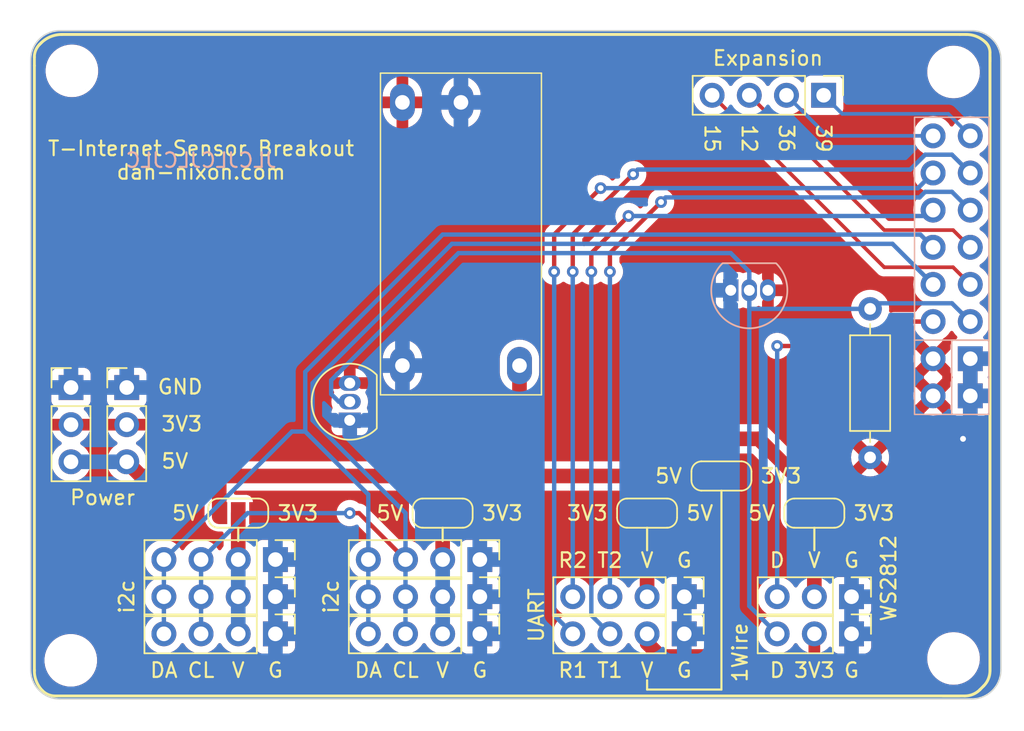
<source format=kicad_pcb>
(kicad_pcb (version 20221018) (generator pcbnew)
  (layers (0 "F.Cu" signal) (31 "B.Cu" signal) (34 "B.Paste" user) (35 "F.Paste" user) (36 "B.SilkS" user "B.Silkscreen") (37 "F.SilkS" user "F.Silkscreen") (38 "B.Mask" user) (39 "F.Mask" user) (44 "Edge.Cuts" user))
  (net 0 "")
  (net 1 "Net-(J1-Pin_2)")
  (net 2 "/WS2812")
  (net 3 "+5V")
  (net 4 "Net-(J4-Pin_2)")
  (net 5 "/UART1_TX")
  (net 6 "/UART1_RX")
  (net 7 "/ONEWIRE")
  (net 8 "Net-(J6-Pin_2)")
  (net 9 "/I2C_SCL")
  (net 10 "/I2C_SDA")
  (net 11 "Net-(J9-Pin_2)")
  (net 12 "/UART2_TX")
  (net 13 "/UART2_RX")
  (net 14 "GND")
  (net 15 "+3.3V")
  (net 16 "Net-(J10-Pin_2)")
  (net 17 "/IO39")
  (net 18 "/IO36")
  (net 19 "/IO15")
  (net 20 "/IO12")
  (footprint "Connector_PinHeader_2.54mm:PinHeader_1x03_P2.54mm_Vertical" (layer "F.Cu") (at 69.85 76.5)
    (fp_text reference "J2" hide)
    (fp_text value "Power")
    (fp_line (start -1.33 -1.33) (end 0 -1.33) (stroke (width 0.12)) (layer "F.SilkS"))
    (fp_line (start -1.33 0) (end -1.33 -1.33) (stroke (width 0.12)) (layer "F.SilkS"))
    (fp_line (start -1.33 1.27) (end -1.33 6.41) (stroke (width 0.12)) (layer "F.SilkS"))
    (fp_line (start -1.33 1.27) (end 1.33 1.27) (stroke (width 0.12)) (layer "F.SilkS"))
    (fp_line (start -1.33 6.41) (end 1.33 6.41) (stroke (width 0.12)) (layer "F.SilkS"))
    (fp_line (start 1.33 1.27) (end 1.33 6.41) (stroke (width 0.12)) (layer "F.SilkS"))
    (pad "1" thru_hole rect (at 0 0) (size 1.7 1.7) (drill 1) (layers "*.Cu" "*.Mask") (net 14 "GND"))
    (pad "2" thru_hole oval (at 0 2.54) (size 1.7 1.7) (drill 1) (layers "*.Cu" "*.Mask") (net 15 "+3.3V"))
    (pad "3" thru_hole oval (at 0 5.08) (size 1.7 1.7) (drill 1) (layers "*.Cu" "*.Mask") (net 3 "+5V"))
  )
  (footprint "Connector_PinHeader_2.54mm:PinHeader_1x04_P2.54mm_Vertical" (layer "F.Cu") (at 111.76 93.345 -90)
    (fp_text reference "J4" hide)
    (fp_text value "UART1")
    (fp_line (start -1.33 -1.33) (end 0 -1.33) (stroke (width 0.12)) (layer "F.SilkS"))
    (fp_line (start -1.33 0) (end -1.33 -1.33) (stroke (width 0.12)) (layer "F.SilkS"))
    (fp_line (start -1.33 1.27) (end -1.33 8.95) (stroke (width 0.12)) (layer "F.SilkS"))
    (fp_line (start -1.33 1.27) (end 1.33 1.27) (stroke (width 0.12)) (layer "F.SilkS"))
    (fp_line (start -1.33 8.95) (end 1.33 8.95) (stroke (width 0.12)) (layer "F.SilkS"))
    (fp_line (start 1.33 1.27) (end 1.33 8.95) (stroke (width 0.12)) (layer "F.SilkS"))
    (pad "1" thru_hole rect (at 0 0 270) (size 1.7 1.7) (drill 1) (layers "*.Cu" "*.Mask") (net 14 "GND"))
    (pad "2" thru_hole oval (at 0 2.54 270) (size 1.7 1.7) (drill 1) (layers "*.Cu" "*.Mask") (net 4 "Net-(J4-Pin_2)"))
    (pad "3" thru_hole oval (at 0 5.08 270) (size 1.7 1.7) (drill 1) (layers "*.Cu" "*.Mask") (net 5 "/UART1_TX"))
    (pad "4" thru_hole oval (at 0 7.62 270) (size 1.7 1.7) (drill 1) (layers "*.Cu" "*.Mask") (net 6 "/UART1_RX"))
  )
  (footprint "Jumper:SolderJumper-3_P1.3mm_Open_RoundedPad1.0x1.5mm_NumberLabels" (layer "F.Cu") (at 120.65 85.09)
    (fp_text reference "JP1" hide)
    (fp_text value "WS2812 V")
    (fp_text user "5V" (at -2.6 0) (layer "F.SilkS") (effects (justify right)))
    (fp_text user "3V3" (at 2.6 0) (layer "F.SilkS") (effects (justify left)))
    (fp_line (start -2.05 0.3) (end -2.05 -0.3) (stroke (width 0.12)) (layer "F.SilkS"))
    (fp_line (start -1.4 -1) (end 1.4 -1) (stroke (width 0.12)) (layer "F.SilkS"))
    (fp_line (start 1.4 1) (end -1.4 1) (stroke (width 0.12)) (layer "F.SilkS"))
    (fp_line (start 2.05 -0.3) (end 2.05 0.3) (stroke (width 0.12)) (layer "F.SilkS"))
    (fp_arc (start -2.05 -0.3) (mid -1.844975 -0.794975) (end -1.35 -1) (stroke (width 0.12)) (layer "F.SilkS"))
    (fp_arc (start -1.35 1) (mid -1.844975 0.794975) (end -2.05 0.3) (stroke (width 0.12)) (layer "F.SilkS"))
    (fp_arc (start 1.35 -1) (mid 1.844975 -0.794975) (end 2.05 -0.3) (stroke (width 0.12)) (layer "F.SilkS"))
    (fp_arc (start 2.05 0.3) (mid 1.844975 0.794975) (end 1.35 1) (stroke (width 0.12)) (layer "F.SilkS"))
    (pad "1" smd custom (at -1.3 0) (size 1 0.5) (layers "F.Cu" "F.Mask") (net 3 "+5V") (options (clearance outline) (anchor rect)) (primitives (gr_circle (center 0 0.25) (end 0.5 0.25) (width 0) (fill yes)) (gr_circle (center 0 -0.25) (end 0.5 -0.25) (width 0) (fill yes)) (gr_poly (pts (xy 0.55 0.75) (xy 0 0.75) (xy 0 -0.75) (xy 0.55 -0.75)) (width 0) (fill yes))))
    (pad "2" smd rect (at 0 0) (size 1 1.5) (layers "F.Cu" "F.Mask") (net 1 "Net-(J1-Pin_2)"))
    (pad "3" smd custom (at 1.3 0) (size 1 0.5) (layers "F.Cu" "F.Mask") (net 15 "+3.3V") (options (clearance outline) (anchor rect)) (primitives (gr_circle (center 0 0.25) (end 0.5 0.25) (width 0) (fill yes)) (gr_circle (center 0 -0.25) (end 0.5 -0.25) (width 0) (fill yes)) (gr_poly (pts (xy 0 0.75) (xy -0.55 0.75) (xy -0.55 -0.75) (xy 0 -0.75)) (width 0) (fill yes))))
  )
  (footprint "Connector_PinHeader_2.54mm:PinHeader_1x04_P2.54mm_Vertical" (layer "F.Cu") (at 83.82 93.345 -90)
    (fp_text reference "J7" hide)
    (fp_text value "i2c")
    (fp_line (start -1.33 -1.33) (end 0 -1.33) (stroke (width 0.12)) (layer "F.SilkS"))
    (fp_line (start -1.33 0) (end -1.33 -1.33) (stroke (width 0.12)) (layer "F.SilkS"))
    (fp_line (start -1.33 1.27) (end -1.33 8.95) (stroke (width 0.12)) (layer "F.SilkS"))
    (fp_line (start -1.33 1.27) (end 1.33 1.27) (stroke (width 0.12)) (layer "F.SilkS"))
    (fp_line (start -1.33 8.95) (end 1.33 8.95) (stroke (width 0.12)) (layer "F.SilkS"))
    (fp_line (start 1.33 1.27) (end 1.33 8.95) (stroke (width 0.12)) (layer "F.SilkS"))
    (pad "1" thru_hole rect (at 0 0 270) (size 1.7 1.7) (drill 1) (layers "*.Cu" "*.Mask") (net 14 "GND"))
    (pad "2" thru_hole oval (at 0 2.54 270) (size 1.7 1.7) (drill 1) (layers "*.Cu" "*.Mask") (net 8 "Net-(J6-Pin_2)"))
    (pad "3" thru_hole oval (at 0 5.08 270) (size 1.7 1.7) (drill 1) (layers "*.Cu" "*.Mask") (net 9 "/I2C_SCL"))
    (pad "4" thru_hole oval (at 0 7.62 270) (size 1.7 1.7) (drill 1) (layers "*.Cu" "*.Mask") (net 10 "/I2C_SDA"))
  )
  (footprint "Jumper:SolderJumper-3_P1.3mm_Open_RoundedPad1.0x1.5mm_NumberLabels" (layer "F.Cu") (at 81.28 85.09)
    (fp_text reference "JP3" hide)
    (fp_text value "i2c V")
    (fp_text user "3V3" (at 2.6 0) (layer "F.SilkS") (effects (justify left)))
    (fp_text user "5V" (at -2.6 0) (layer "F.SilkS") (effects (justify right)))
    (fp_line (start -2.05 0.3) (end -2.05 -0.3) (stroke (width 0.12)) (layer "F.SilkS"))
    (fp_line (start -1.4 -1) (end 1.4 -1) (stroke (width 0.12)) (layer "F.SilkS"))
    (fp_line (start 1.4 1) (end -1.4 1) (stroke (width 0.12)) (layer "F.SilkS"))
    (fp_line (start 2.05 -0.3) (end 2.05 0.3) (stroke (width 0.12)) (layer "F.SilkS"))
    (fp_arc (start -2.05 -0.3) (mid -1.844975 -0.794975) (end -1.35 -1) (stroke (width 0.12)) (layer "F.SilkS"))
    (fp_arc (start -1.35 1) (mid -1.844975 0.794975) (end -2.05 0.3) (stroke (width 0.12)) (layer "F.SilkS"))
    (fp_arc (start 1.35 -1) (mid 1.844975 -0.794975) (end 2.05 -0.3) (stroke (width 0.12)) (layer "F.SilkS"))
    (fp_arc (start 2.05 0.3) (mid 1.844975 0.794975) (end 1.35 1) (stroke (width 0.12)) (layer "F.SilkS"))
    (pad "1" smd custom (at -1.3 0) (size 1 0.5) (layers "F.Cu" "F.Mask") (net 3 "+5V") (options (clearance outline) (anchor rect)) (primitives (gr_circle (center 0 0.25) (end 0.5 0.25) (width 0) (fill yes)) (gr_circle (center 0 -0.25) (end 0.5 -0.25) (width 0) (fill yes)) (gr_poly (pts (xy 0.55 0.75) (xy 0 0.75) (xy 0 -0.75) (xy 0.55 -0.75)) (width 0) (fill yes))))
    (pad "2" smd rect (at 0 0) (size 1 1.5) (layers "F.Cu" "F.Mask") (net 8 "Net-(J6-Pin_2)"))
    (pad "3" smd custom (at 1.3 0) (size 1 0.5) (layers "F.Cu" "F.Mask") (net 15 "+3.3V") (options (clearance outline) (anchor rect)) (primitives (gr_circle (center 0 0.25) (end 0.5 0.25) (width 0) (fill yes)) (gr_circle (center 0 -0.25) (end 0.5 -0.25) (width 0) (fill yes)) (gr_poly (pts (xy 0 0.75) (xy -0.55 0.75) (xy -0.55 -0.75) (xy 0 -0.75)) (width 0) (fill yes))))
  )
  (footprint "Connector_PinHeader_2.54mm:PinHeader_1x04_P2.54mm_Vertical" (layer "F.Cu") (at 97.79 88.265 -90)
    (fp_text reference "J10" hide)
    (fp_text value "i2c")
    (fp_line (start -1.33 -1.33) (end 0 -1.33) (stroke (width 0.12)) (layer "F.SilkS"))
    (fp_line (start -1.33 0) (end -1.33 -1.33) (stroke (width 0.12)) (layer "F.SilkS"))
    (fp_line (start -1.33 1.27) (end -1.33 8.95) (stroke (width 0.12)) (layer "F.SilkS"))
    (fp_line (start -1.33 1.27) (end 1.33 1.27) (stroke (width 0.12)) (layer "F.SilkS"))
    (fp_line (start -1.33 8.95) (end 1.33 8.95) (stroke (width 0.12)) (layer "F.SilkS"))
    (fp_line (start 1.33 1.27) (end 1.33 8.95) (stroke (width 0.12)) (layer "F.SilkS"))
    (pad "1" thru_hole rect (at 0 0 270) (size 1.7 1.7) (drill 1) (layers "*.Cu" "*.Mask") (net 14 "GND"))
    (pad "2" thru_hole oval (at 0 2.54 270) (size 1.7 1.7) (drill 1) (layers "*.Cu" "*.Mask") (net 16 "Net-(J10-Pin_2)"))
    (pad "3" thru_hole oval (at 0 5.08 270) (size 1.7 1.7) (drill 1) (layers "*.Cu" "*.Mask") (net 9 "/I2C_SCL"))
    (pad "4" thru_hole oval (at 0 7.62 270) (size 1.7 1.7) (drill 1) (layers "*.Cu" "*.Mask") (net 10 "/I2C_SDA"))
  )
  (footprint "Connector_PinHeader_2.54mm:PinHeader_1x04_P2.54mm_Vertical" (layer "F.Cu") (at 97.79 93.345 -90)
    (fp_text reference "J12" hide)
    (fp_text value "i2c")
    (fp_line (start -1.33 -1.33) (end 0 -1.33) (stroke (width 0.12)) (layer "F.SilkS"))
    (fp_line (start -1.33 0) (end -1.33 -1.33) (stroke (width 0.12)) (layer "F.SilkS"))
    (fp_line (start -1.33 1.27) (end -1.33 8.95) (stroke (width 0.12)) (layer "F.SilkS"))
    (fp_line (start -1.33 1.27) (end 1.33 1.27) (stroke (width 0.12)) (layer "F.SilkS"))
    (fp_line (start -1.33 8.95) (end 1.33 8.95) (stroke (width 0.12)) (layer "F.SilkS"))
    (fp_line (start 1.33 1.27) (end 1.33 8.95) (stroke (width 0.12)) (layer "F.SilkS"))
    (pad "1" thru_hole rect (at 0 0 270) (size 1.7 1.7) (drill 1) (layers "*.Cu" "*.Mask") (net 14 "GND"))
    (pad "2" thru_hole oval (at 0 2.54 270) (size 1.7 1.7) (drill 1) (layers "*.Cu" "*.Mask") (net 16 "Net-(J10-Pin_2)"))
    (pad "3" thru_hole oval (at 0 5.08 270) (size 1.7 1.7) (drill 1) (layers "*.Cu" "*.Mask") (net 9 "/I2C_SCL"))
    (pad "4" thru_hole oval (at 0 7.62 270) (size 1.7 1.7) (drill 1) (layers "*.Cu" "*.Mask") (net 10 "/I2C_SDA"))
  )
  (footprint "Connector_PinHeader_2.54mm:PinHeader_1x04_P2.54mm_Vertical" (layer "F.Cu") (at 121.285 56.515 -90)
    (fp_text reference "J13" hide)
    (fp_text value "Expansion")
    (fp_line (start -1.33 -1.33) (end 0 -1.33) (stroke (width 0.12)) (layer "F.SilkS"))
    (fp_line (start -1.33 0) (end -1.33 -1.33) (stroke (width 0.12)) (layer "F.SilkS"))
    (fp_line (start -1.33 1.27) (end -1.33 8.95) (stroke (width 0.12)) (layer "F.SilkS"))
    (fp_line (start -1.33 1.27) (end 1.33 1.27) (stroke (width 0.12)) (layer "F.SilkS"))
    (fp_line (start -1.33 8.95) (end 1.33 8.95) (stroke (width 0.12)) (layer "F.SilkS"))
    (fp_line (start 1.33 1.27) (end 1.33 8.95) (stroke (width 0.12)) (layer "F.SilkS"))
    (pad "1" thru_hole rect (at 0 0 270) (size 1.7 1.7) (drill 1) (layers "*.Cu" "*.Mask") (net 17 "/IO39"))
    (pad "2" thru_hole oval (at 0 2.54 270) (size 1.7 1.7) (drill 1) (layers "*.Cu" "*.Mask") (net 18 "/IO36"))
    (pad "3" thru_hole oval (at 0 5.08 270) (size 1.7 1.7) (drill 1) (layers "*.Cu" "*.Mask") (net 20 "/IO12"))
    (pad "4" thru_hole oval (at 0 7.62 270) (size 1.7 1.7) (drill 1) (layers "*.Cu" "*.Mask") (net 19 "/IO15"))
  )
  (footprint "Connector_PinHeader_2.54mm:PinHeader_1x04_P2.54mm_Vertical" (layer "F.Cu") (at 97.79 90.805 -90)
    (fp_text reference "J11" hide)
    (fp_text value "i2c")
    (fp_line (start -1.33 -1.33) (end 0 -1.33) (stroke (width 0.12)) (layer "F.SilkS"))
    (fp_line (start -1.33 0) (end -1.33 -1.33) (stroke (width 0.12)) (layer "F.SilkS"))
    (fp_line (start -1.33 1.27) (end -1.33 8.95) (stroke (width 0.12)) (layer "F.SilkS"))
    (fp_line (start -1.33 1.27) (end 1.33 1.27) (stroke (width 0.12)) (layer "F.SilkS"))
    (fp_line (start -1.33 8.95) (end 1.33 8.95) (stroke (width 0.12)) (layer "F.SilkS"))
    (fp_line (start 1.33 1.27) (end 1.33 8.95) (stroke (width 0.12)) (layer "F.SilkS"))
    (pad "1" thru_hole rect (at 0 0 270) (size 1.7 1.7) (drill 1) (layers "*.Cu" "*.Mask") (net 14 "GND"))
    (pad "2" thru_hole oval (at 0 2.54 270) (size 1.7 1.7) (drill 1) (layers "*.Cu" "*.Mask") (net 16 "Net-(J10-Pin_2)"))
    (pad "3" thru_hole oval (at 0 5.08 270) (size 1.7 1.7) (drill 1) (layers "*.Cu" "*.Mask") (net 9 "/I2C_SCL"))
    (pad "4" thru_hole oval (at 0 7.62 270) (size 1.7 1.7) (drill 1) (layers "*.Cu" "*.Mask") (net 10 "/I2C_SDA"))
  )
  (footprint "Connector_PinHeader_2.54mm:PinHeader_1x03_P2.54mm_Vertical" (layer "F.Cu") (at 123.19 93.345 -90)
    (fp_text reference "J5" hide)
    (fp_text value "OneWire")
    (fp_line (start -1.33 -1.33) (end 0 -1.33) (stroke (width 0.12)) (layer "F.SilkS"))
    (fp_line (start -1.33 0) (end -1.33 -1.33) (stroke (width 0.12)) (layer "F.SilkS"))
    (fp_line (start -1.33 1.27) (end -1.33 6.41) (stroke (width 0.12)) (layer "F.SilkS"))
    (fp_line (start -1.33 1.27) (end 1.33 1.27) (stroke (width 0.12)) (layer "F.SilkS"))
    (fp_line (start -1.33 6.41) (end 1.33 6.41) (stroke (width 0.12)) (layer "F.SilkS"))
    (fp_line (start 1.33 1.27) (end 1.33 6.41) (stroke (width 0.12)) (layer "F.SilkS"))
    (pad "1" thru_hole rect (at 0 0 270) (size 1.7 1.7) (drill 1) (layers "*.Cu" "*.Mask") (net 14 "GND"))
    (pad "2" thru_hole oval (at 0 2.54 270) (size 1.7 1.7) (drill 1) (layers "*.Cu" "*.Mask") (net 15 "+3.3V"))
    (pad "3" thru_hole oval (at 0 5.08 270) (size 1.7 1.7) (drill 1) (layers "*.Cu" "*.Mask") (net 7 "/ONEWIRE"))
  )
  (footprint "Connector_PinHeader_2.54mm:PinHeader_1x03_P2.54mm_Vertical" (layer "F.Cu") (at 73.66 76.5)
    (fp_text reference "J3" hide)
    (fp_text value "Power")
    (fp_line (start -1.33 -1.33) (end 0 -1.33) (stroke (width 0.12)) (layer "F.SilkS"))
    (fp_line (start -1.33 0) (end -1.33 -1.33) (stroke (width 0.12)) (layer "F.SilkS"))
    (fp_line (start -1.33 1.27) (end -1.33 6.41) (stroke (width 0.12)) (layer "F.SilkS"))
    (fp_line (start -1.33 1.27) (end 1.33 1.27) (stroke (width 0.12)) (layer "F.SilkS"))
    (fp_line (start -1.33 6.41) (end 1.33 6.41) (stroke (width 0.12)) (layer "F.SilkS"))
    (fp_line (start 1.33 1.27) (end 1.33 6.41) (stroke (width 0.12)) (layer "F.SilkS"))
    (pad "1" thru_hole rect (at 0 0) (size 1.7 1.7) (drill 1) (layers "*.Cu" "*.Mask") (net 14 "GND"))
    (pad "2" thru_hole oval (at 0 2.54) (size 1.7 1.7) (drill 1) (layers "*.Cu" "*.Mask") (net 15 "+3.3V"))
    (pad "3" thru_hole oval (at 0 5.08) (size 1.7 1.7) (drill 1) (layers "*.Cu" "*.Mask") (net 3 "+5V"))
  )
  (footprint "esphome_devices:LILYGO-T-INTERNET-POE" (layer "F.Cu") (at 130.0355 68.1801)
    (fp_text reference "U2" hide)
    (fp_text value "LILYGO-T-INTERNET-POE" hide)
    (fp_line (start -2.54 5.08) (end 2.54 5.08) (stroke (width 0.1)) (layer "B.SilkS"))
    (fp_line (start 0 5.08) (end 0 10.16) (stroke (width 0.1)) (layer "B.SilkS"))
    (fp_line (start 2.54 5.08) (end 0 5.08) (stroke (width 0.1)) (layer "B.SilkS"))
    (fp_rect (start -2.54 -10.16) (end 2.54 10.16) (stroke (width 0.1)) (fill none) (layer "B.SilkS"))
    (fp_line (start -62.6872 -13.6906) (end -62.6872 -14.279905) (stroke (width 0.2)) (layer "F.SilkS"))
    (fp_line (start -62.6872 27.6352) (end -62.6872 -13.6906) (stroke (width 0.2)) (layer "F.SilkS"))
    (fp_line (start -62.6872 27.708537) (end -62.6872 27.6352) (stroke (width 0.2)) (layer "F.SilkS"))
    (fp_line (start -62.3316 -15.1384) (end -62.238496 -15.231504) (stroke (width 0.2)) (layer "F.SilkS"))
    (fp_line (start -61.3156 29.4132) (end 0.889 29.4132) (stroke (width 0.2)) (layer "F.SilkS"))
    (fp_line (start -61.269905 29.4132) (end -61.1378 29.4132) (stroke (width 0.2)) (layer "F.SilkS"))
    (fp_line (start -60.8076 -15.8242) (end 0.5588 -15.8242) (stroke (width 0.2)) (layer "F.SilkS"))
    (fp_line (start -0.6096 29.4132) (end 0.528731 29.4132) (stroke (width 0.2)) (layer "F.SilkS"))
    (fp_line (start 0.5588 -15.8242) (end 0.987737 -15.8242) (stroke (width 0.2)) (layer "F.SilkS"))
    (fp_line (start 1.929653 28.982147) (end 2.1844 28.7274) (stroke (width 0.2)) (layer "F.SilkS"))
    (fp_line (start 2.6162 -13.9954) (end 2.6162 -14.59087) (stroke (width 0.2)) (layer "F.SilkS"))
    (fp_line (start 2.6162 -13.9954) (end 2.6162 -14.243985) (stroke (width 0.2)) (layer "F.SilkS"))
    (fp_line (start 2.6162 27.684943) (end 2.6162 -13.9954) (stroke (width 0.2)) (layer "F.SilkS"))
    (fp_line (start 2.6162 27.684943) (end 2.6162 27.0002) (stroke (width 0.2)) (layer "F.SilkS"))
    (fp_arc (start -62.6872 -14.279905) (mid -62.594783 -14.744519) (end -62.3316 -15.1384) (stroke (width 0.2)) (layer "F.SilkS"))
    (fp_arc (start -62.238496 -15.231504) (mid -61.581995 -15.670163) (end -60.8076 -15.8242) (stroke (width 0.2)) (layer "F.SilkS"))
    (fp_arc (start -62.1284 29.0576) (mid -62.541973 28.438645) (end -62.6872 27.708537) (stroke (width 0.2)) (layer "F.SilkS"))
    (fp_arc (start -61.269905 29.4132) (mid -61.734519 29.320783) (end -62.1284 29.0576) (stroke (width 0.2)) (layer "F.SilkS"))
    (fp_arc (start 0.987737 -15.8242) (mid 1.717847 -15.678978) (end 2.3368 -15.2654) (stroke (width 0.2)) (layer "F.SilkS"))
    (fp_arc (start 1.929653 28.982147) (mid 1.452201 29.301182) (end 0.889 29.4132) (stroke (width 0.2)) (layer "F.SilkS"))
    (fp_arc (start 2.3368 -15.2654) (mid 2.543589 -14.955925) (end 2.6162 -14.59087) (stroke (width 0.2)) (layer "F.SilkS"))
    (fp_arc (start 2.6162 27.684943) (mid 2.503983 28.249118) (end 2.1844 28.7274) (stroke (width 0.2)) (layer "F.SilkS"))
    (pad "" np_thru_hole circle (at -60.198 26.9748) (size 3.2 3.2) (drill 3.2) (layers "F&B.Cu" "*.Mask"))
    (pad "" np_thru_hole circle (at -60.1218 -13.335) (size 3.2 3.2) (drill 3.2) (layers "F&B.Cu" "*.Mask"))
    (pad "" np_thru_hole circle (at 0.127 -13.2588) (size 3.2 3.2) (drill 3.2) (layers "F&B.Cu" "*.Mask"))
    (pad "" np_thru_hole circle (at 0.127 26.8478) (size 3.2 3.2) (drill 3.2) (layers "F&B.Cu" "*.Mask"))
    (pad "1" thru_hole circle (at -1.27 -8.89) (size 1.7 1.7) (drill 1) (layers "*.Cu" "*.Mask") (net 18 "/IO36"))
    (pad "2" thru_hole circle (at 1.27 -8.89) (size 1.7 1.7) (drill 1) (layers "*.Cu" "*.Mask") (net 17 "/IO39"))
    (pad "3" thru_hole circle (at -1.27 -6.35) (size 1.7 1.7) (drill 1) (layers "*.Cu" "*.Mask") (net 6 "/UART1_RX"))
    (pad "4" thru_hole circle (at 1.27 -6.35) (size 1.7 1.7) (drill 1) (layers "*.Cu" "*.Mask") (net 13 "/UART2_RX"))
    (pad "5" thru_hole circle (at -1.27 -3.81) (size 1.7 1.7) (drill 1) (layers "*.Cu" "*.Mask") (net 5 "/UART1_TX"))
    (pad "6" thru_hole circle (at 1.27 -3.81) (size 1.7 1.7) (drill 1) (layers "*.Cu" "*.Mask") (net 12 "/UART2_TX"))
    (pad "7" thru_hole circle (at -1.27 -1.27) (size 1.7 1.7) (drill 1) (layers "*.Cu" "*.Mask") (net 10 "/I2C_SDA"))
    (pad "8" thru_hole circle (at 1.27 -1.27) (size 1.7 1.7) (drill 1) (layers "*.Cu" "*.Mask") (net 20 "/IO12"))
    (pad "9" thru_hole circle (at -1.27 1.27) (size 1.7 1.7) (drill 1) (layers "*.Cu" "*.Mask") (net 9 "/I2C_SCL"))
    (pad "10" thru_hole circle (at 1.27 1.27) (size 1.7 1.7) (drill 1) (layers "*.Cu" "*.Mask") (net 19 "/IO15"))
    (pad "11" thru_hole circle (at -1.27 3.81) (size 1.7 1.7) (drill 1) (layers "*.Cu" "*.Mask") (net 2 "/WS2812"))
    (pad "12" thru_hole circle (at 1.27 3.81) (size 1.7 1.7) (drill 1) (layers "*.Cu" "*.Mask") (net 7 "/ONEWIRE"))
    (pad "13" thru_hole circle (at -1.27 6.35) (size 1.7 1.7) (drill 1) (layers "*.Cu" "*.Mask") (net 15 "+3.3V"))
    (pad "14" thru_hole rect (at 1.27 6.35) (size 1.7 1.7) (drill 1) (layers "*.Cu" "*.Mask") (net 14 "GND"))
    (pad "15" thru_hole circle (at -1.27 8.89) (size 1.7 1.7) (drill 1) (layers "*.Cu" "*.Mask") (net 15 "+3.3V"))
    (pad "16" thru_hole rect (at 1.27 8.89) (size 1.7 1.7) (drill 1) (layers "*.Cu" "*.Mask") (net 14 "GND"))
  )
  (footprint "esphome_devices:3V3-BOOST-REG-MODULE" (layer "F.Cu") (at 96.5 66 -90)
    (fp_text reference "U3" hide)
    (fp_text value "3V3-BOOST-REG-MODULE")
    (fp_line (start -11 5.5) (end -11 -5.5) (stroke (width 0.1)) (layer "F.SilkS"))
    (fp_line (start -11 5.5) (end 11 5.5) (stroke (width 0.1)) (layer "F.SilkS"))
    (fp_line (start 11 -5.5) (end -11 -5.5) (stroke (width 0.1)) (layer "F.SilkS"))
    (fp_line (start 11 -5.5) (end 11 5.5) (stroke (width 0.1)) (layer "F.SilkS"))
    (pad "1" thru_hole oval (at -9 0 270) (size 2.55 1.7) (drill 1) (layers "*.Cu" "*.Mask") (net 14 "GND"))
    (pad "2" thru_hole oval (at -9 4 270) (size 2.55 1.7) (drill 1) (layers "*.Cu" "*.Mask") (net 15 "+3.3V"))
    (pad "3" thru_hole oval (at 9 -4 270) (size 2.55 1.7) (drill 1) (layers "*.Cu" "*.Mask") (net 3 "+5V"))
    (pad "4" thru_hole oval (at 9 4 270) (size 2.55 1.7) (drill 1) (layers "*.Cu" "*.Mask") (net 14 "GND"))
  )
  (footprint "Jumper:SolderJumper-3_P1.3mm_Open_RoundedPad1.0x1.5mm_NumberLabels" (layer "F.Cu") (at 109.22 85.09 180)
    (fp_text reference "JP4" hide)
    (fp_text value "UART2 V")
    (fp_text user "3V3" (at 2.6 0) (layer "F.SilkS") (effects (justify right)))
    (fp_text user "5V" (at -2.6 0) (layer "F.SilkS") (effects (justify left)))
    (fp_line (start -2.05 0.3) (end -2.05 -0.3) (stroke (width 0.12)) (layer "F.SilkS"))
    (fp_line (start -1.4 -1) (end 1.4 -1) (stroke (width 0.12)) (layer "F.SilkS"))
    (fp_line (start 1.4 1) (end -1.4 1) (stroke (width 0.12)) (layer "F.SilkS"))
    (fp_line (start 2.05 -0.3) (end 2.05 0.3) (stroke (width 0.12)) (layer "F.SilkS"))
    (fp_arc (start -2.05 -0.3) (mid -1.844975 -0.794975) (end -1.35 -1) (stroke (width 0.12)) (layer "F.SilkS"))
    (fp_arc (start -1.35 1) (mid -1.844975 0.794975) (end -2.05 0.3) (stroke (width 0.12)) (layer "F.SilkS"))
    (fp_arc (start 1.35 -1) (mid 1.844975 -0.794975) (end 2.05 -0.3) (stroke (width 0.12)) (layer "F.SilkS"))
    (fp_arc (start 2.05 0.3) (mid 1.844975 0.794975) (end 1.35 1) (stroke (width 0.12)) (layer "F.SilkS"))
    (pad "1" smd custom (at -1.3 0 180) (size 1 0.5) (layers "F.Cu" "F.Mask") (net 3 "+5V") (options (clearance outline) (anchor rect)) (primitives (gr_circle (center 0 0.25) (end 0.5 0.25) (width 0) (fill yes)) (gr_circle (center 0 -0.25) (end 0.5 -0.25) (width 0) (fill yes)) (gr_poly (pts (xy 0.55 0.75) (xy 0 0.75) (xy 0 -0.75) (xy 0.55 -0.75)) (width 0) (fill yes))))
    (pad "2" smd rect (at 0 0 180) (size 1 1.5) (layers "F.Cu" "F.Mask") (net 11 "Net-(J9-Pin_2)"))
    (pad "3" smd custom (at 1.3 0 180) (size 1 0.5) (layers "F.Cu" "F.Mask") (net 15 "+3.3V") (options (clearance outline) (anchor rect)) (primitives (gr_circle (center 0 0.25) (end 0.5 0.25) (width 0) (fill yes)) (gr_circle (center 0 -0.25) (end 0.5 -0.25) (width 0) (fill yes)) (gr_poly (pts (xy 0 0.75) (xy -0.55 0.75) (xy -0.55 -0.75) (xy 0 -0.75)) (width 0) (fill yes))))
  )
  (footprint "Connector_PinHeader_2.54mm:PinHeader_1x03_P2.54mm_Vertical" (layer "F.Cu") (at 123.19 90.805 -90)
    (fp_text reference "J1" hide)
    (fp_text value "WS2812")
    (fp_line (start -1.33 -1.33) (end 0 -1.33) (stroke (width 0.12)) (layer "F.SilkS"))
    (fp_line (start -1.33 0) (end -1.33 -1.33) (stroke (width 0.12)) (layer "F.SilkS"))
    (fp_line (start -1.33 1.27) (end -1.33 6.41) (stroke (width 0.12)) (layer "F.SilkS"))
    (fp_line (start -1.33 1.27) (end 1.33 1.27) (stroke (width 0.12)) (layer "F.SilkS"))
    (fp_line (start -1.33 6.41) (end 1.33 6.41) (stroke (width 0.12)) (layer "F.SilkS"))
    (fp_line (start 1.33 1.27) (end 1.33 6.41) (stroke (width 0.12)) (layer "F.SilkS"))
    (pad "1" thru_hole rect (at 0 0 270) (size 1.7 1.7) (drill 1) (layers "*.Cu" "*.Mask") (net 14 "GND"))
    (pad "2" thru_hole oval (at 0 2.54 270) (size 1.7 1.7) (drill 1) (layers "*.Cu" "*.Mask") (net 1 "Net-(J1-Pin_2)"))
    (pad "3" thru_hole oval (at 0 5.08 270) (size 1.7 1.7) (drill 1) (layers "*.Cu" "*.Mask") (net 2 "/WS2812"))
  )
  (footprint "Resistor_THT:R_Axial_DIN0207_L6.3mm_D2.5mm_P10.16mm_Horizontal" (layer "F.Cu") (at 124.46 81.28 90)
    (fp_text reference "R1" hide)
    (fp_text value "4K7")
    (fp_line (start 1.04 0) (end 1.81 0) (stroke (width 0.12)) (layer "F.SilkS"))
    (fp_line (start 1.81 -1.37) (end 1.81 1.37) (stroke (width 0.12)) (layer "F.SilkS"))
    (fp_line (start 1.81 1.37) (end 8.35 1.37) (stroke (width 0.12)) (layer "F.SilkS"))
    (fp_line (start 8.35 -1.37) (end 1.81 -1.37) (stroke (width 0.12)) (layer "F.SilkS"))
    (fp_line (start 8.35 1.37) (end 8.35 -1.37) (stroke (width 0.12)) (layer "F.SilkS"))
    (fp_line (start 9.12 0) (end 8.35 0) (stroke (width 0.12)) (layer "F.SilkS"))
    (pad "1" thru_hole circle (at 0 0 90) (size 1.6 1.6) (drill 0.8) (layers "*.Cu" "*.Mask") (net 15 "+3.3V"))
    (pad "2" thru_hole oval (at 10.16 0 90) (size 1.6 1.6) (drill 0.8) (layers "*.Cu" "*.Mask") (net 7 "/ONEWIRE"))
  )
  (footprint "Jumper:SolderJumper-3_P1.3mm_Open_RoundedPad1.0x1.5mm_NumberLabels" (layer "F.Cu") (at 95.25 85.09)
    (fp_text reference "JP5" hide)
    (fp_text value "i2c V")
    (fp_text user "3V3 " (at 2.6 0) (layer "F.SilkS") (effects (justify left)))
    (fp_text user "5V" (at -2.6 0) (layer "F.SilkS") (effects (justify right)))
    (fp_line (start -2.05 0.3) (end -2.05 -0.3) (stroke (width 0.12)) (layer "F.SilkS"))
    (fp_line (start -1.4 -1) (end 1.4 -1) (stroke (width 0.12)) (layer "F.SilkS"))
    (fp_line (start 1.4 1) (end -1.4 1) (stroke (width 0.12)) (layer "F.SilkS"))
    (fp_line (start 2.05 -0.3) (end 2.05 0.3) (stroke (width 0.12)) (layer "F.SilkS"))
    (fp_arc (start -2.05 -0.3) (mid -1.844975 -0.794975) (end -1.35 -1) (stroke (width 0.12)) (layer "F.SilkS"))
    (fp_arc (start -1.35 1) (mid -1.844975 0.794975) (end -2.05 0.3) (stroke (width 0.12)) (layer "F.SilkS"))
    (fp_arc (start 1.35 -1) (mid 1.844975 -0.794975) (end 2.05 -0.3) (stroke (width 0.12)) (layer "F.SilkS"))
    (fp_arc (start 2.05 0.3) (mid 1.844975 0.794975) (end 1.35 1) (stroke (width 0.12)) (layer "F.SilkS"))
    (pad "1" smd custom (at -1.3 0) (size 1 0.5) (layers "F.Cu" "F.Mask") (net 3 "+5V") (options (clearance outline) (anchor rect)) (primitives (gr_circle (center 0 0.25) (end 0.5 0.25) (width 0) (fill yes)) (gr_circle (center 0 -0.25) (end 0.5 -0.25) (width 0) (fill yes)) (gr_poly (pts (xy 0.55 0.75) (xy 0 0.75) (xy 0 -0.75) (xy 0.55 -0.75)) (width 0) (fill yes))))
    (pad "2" smd rect (at 0 0) (size 1 1.5) (layers "F.Cu" "F.Mask") (net 16 "Net-(J10-Pin_2)"))
    (pad "3" smd custom (at 1.3 0) (size 1 0.5) (layers "F.Cu" "F.Mask") (net 15 "+3.3V") (options (clearance outline) (anchor rect)) (primitives (gr_circle (center 0 0.25) (end 0.5 0.25) (width 0) (fill yes)) (gr_circle (center 0 -0.25) (end 0.5 -0.25) (width 0) (fill yes)) (gr_poly (pts (xy 0 0.75) (xy -0.55 0.75) (xy -0.55 -0.75) (xy 0 -0.75)) (width 0) (fill yes))))
  )
  (footprint "Package_TO_SOT_THT:TO-92_Inline" (layer "F.Cu") (at 88.9 78.74 90)
    (fp_text reference "U1" hide)
    (fp_text value "DS18B20")
    (fp_line (start -0.53 1.85) (end 3.07 1.85) (stroke (width 0.12)) (layer "F.SilkS"))
    (fp_arc (start -0.568478 1.838478) (mid -1.132087 -0.994977) (end 1.27 -2.6) (stroke (width 0.12)) (layer "F.SilkS"))
    (fp_arc (start 1.27 -2.6) (mid 3.672087 -0.994977) (end 3.108478 1.838478) (stroke (width 0.12)) (layer "F.SilkS"))
    (pad "1" thru_hole rect (at 0 0 90) (size 1.05 1.5) (drill 0.75) (layers "*.Cu" "*.Mask") (net 14 "GND"))
    (pad "2" thru_hole oval (at 1.27 0 90) (size 1.05 1.5) (drill 0.75) (layers "*.Cu" "*.Mask") (net 7 "/ONEWIRE"))
    (pad "3" thru_hole oval (at 2.54 0 90) (size 1.05 1.5) (drill 0.75) (layers "*.Cu" "*.Mask") (net 15 "+3.3V"))
  )
  (footprint "Connector_PinHeader_2.54mm:PinHeader_1x04_P2.54mm_Vertical" (layer "F.Cu") (at 111.76 90.805 -90)
    (fp_text reference "J9" hide)
    (fp_text value "UART2")
    (fp_line (start -1.33 -1.33) (end 0 -1.33) (stroke (width 0.12)) (layer "F.SilkS"))
    (fp_line (start -1.33 0) (end -1.33 -1.33) (stroke (width 0.12)) (layer "F.SilkS"))
    (fp_line (start -1.33 1.27) (end -1.33 8.95) (stroke (width 0.12)) (layer "F.SilkS"))
    (fp_line (start -1.33 1.27) (end 1.33 1.27) (stroke (width 0.12)) (layer "F.SilkS"))
    (fp_line (start -1.33 8.95) (end 1.33 8.95) (stroke (width 0.12)) (layer "F.SilkS"))
    (fp_line (start 1.33 1.27) (end 1.33 8.95) (stroke (width 0.12)) (layer "F.SilkS"))
    (pad "1" thru_hole rect (at 0 0 270) (size 1.7 1.7) (drill 1) (layers "*.Cu" "*.Mask") (net 14 "GND"))
    (pad "2" thru_hole oval (at 0 2.54 270) (size 1.7 1.7) (drill 1) (layers "*.Cu" "*.Mask") (net 11 "Net-(J9-Pin_2)"))
    (pad "3" thru_hole oval (at 0 5.08 270) (size 1.7 1.7) (drill 1) (layers "*.Cu" "*.Mask") (net 12 "/UART2_TX"))
    (pad "4" thru_hole oval (at 0 7.62 270) (size 1.7 1.7) (drill 1) (layers "*.Cu" "*.Mask") (net 13 "/UART2_RX"))
  )
  (footprint "Connector_PinHeader_2.54mm:PinHeader_1x04_P2.54mm_Vertical" (layer "F.Cu") (at 83.82 90.805 -90)
    (fp_text reference "J6" hide)
    (fp_text value "i2c")
    (fp_line (start -1.33 -1.33) (end 0 -1.33) (stroke (width 0.12)) (layer "F.SilkS"))
    (fp_line (start -1.33 0) (end -1.33 -1.33) (stroke (width 0.12)) (layer "F.SilkS"))
    (fp_line (start -1.33 1.27) (end -1.33 8.95) (stroke (width 0.12)) (layer "F.SilkS"))
    (fp_line (start -1.33 1.27) (end 1.33 1.27) (stroke (width 0.12)) (layer "F.SilkS"))
    (fp_line (start -1.33 8.95) (end 1.33 8.95) (stroke (width 0.12)) (layer "F.SilkS"))
    (fp_line (start 1.33 1.27) (end 1.33 8.95) (stroke (width 0.12)) (layer "F.SilkS"))
    (pad "1" thru_hole rect (at 0 0 270) (size 1.7 1.7) (drill 1) (layers "*.Cu" "*.Mask") (net 14 "GND"))
    (pad "2" thru_hole oval (at 0 2.54 270) (size 1.7 1.7) (drill 1) (layers "*.Cu" "*.Mask") (net 8 "Net-(J6-Pin_2)"))
    (pad "3" thru_hole oval (at 0 5.08 270) (size 1.7 1.7) (drill 1) (layers "*.Cu" "*.Mask") (net 9 "/I2C_SCL"))
    (pad "4" thru_hole oval (at 0 7.62 270) (size 1.7 1.7) (drill 1) (layers "*.Cu" "*.Mask") (net 10 "/I2C_SDA"))
  )
  (footprint "Jumper:SolderJumper-3_P1.3mm_Open_RoundedPad1.0x1.5mm_NumberLabels" (layer "F.Cu") (at 114.3 82.55)
    (fp_text reference "JP2" hide)
    (fp_text value "UART1 V")
    (fp_text user "3V3" (at 2.6 0) (layer "F.SilkS") (effects (justify left)))
    (fp_text user "5V" (at -2.6 0) (layer "F.SilkS") (effects (justify right)))
    (fp_line (start -2.05 0.3) (end -2.05 -0.3) (stroke (width 0.12)) (layer "F.SilkS"))
    (fp_line (start -1.4 -1) (end 1.4 -1) (stroke (width 0.12)) (layer "F.SilkS"))
    (fp_line (start 1.4 1) (end -1.4 1) (stroke (width 0.12)) (layer "F.SilkS"))
    (fp_line (start 2.05 -0.3) (end 2.05 0.3) (stroke (width 0.12)) (layer "F.SilkS"))
    (fp_arc (start -2.05 -0.3) (mid -1.844975 -0.794975) (end -1.35 -1) (stroke (width 0.12)) (layer "F.SilkS"))
    (fp_arc (start -1.35 1) (mid -1.844975 0.794975) (end -2.05 0.3) (stroke (width 0.12)) (layer "F.SilkS"))
    (fp_arc (start 1.35 -1) (mid 1.844975 -0.794975) (end 2.05 -0.3) (stroke (width 0.12)) (layer "F.SilkS"))
    (fp_arc (start 2.05 0.3) (mid 1.844975 0.794975) (end 1.35 1) (stroke (width 0.12)) (layer "F.SilkS"))
    (pad "1" smd custom (at -1.3 0) (size 1 0.5) (layers "F.Cu" "F.Mask") (net 3 "+5V") (options (clearance outline) (anchor rect)) (primitives (gr_circle (center 0 0.25) (end 0.5 0.25) (width 0) (fill yes)) (gr_circle (center 0 -0.25) (end 0.5 -0.25) (width 0) (fill yes)) (gr_poly (pts (xy 0.55 0.75) (xy 0 0.75) (xy 0 -0.75) (xy 0.55 -0.75)) (width 0) (fill yes))))
    (pad "2" smd rect (at 0 0) (size 1 1.5) (layers "F.Cu" "F.Mask") (net 4 "Net-(J4-Pin_2)"))
    (pad "3" smd custom (at 1.3 0) (size 1 0.5) (layers "F.Cu" "F.Mask") (net 15 "+3.3V") (options (clearance outline) (anchor rect)) (primitives (gr_circle (center 0 0.25) (end 0.5 0.25) (width 0) (fill yes)) (gr_circle (center 0 -0.25) (end 0.5 -0.25) (width 0) (fill yes)) (gr_poly (pts (xy 0 0.75) (xy -0.55 0.75) (xy -0.55 -0.75) (xy 0 -0.75)) (width 0) (fill yes))))
  )
  (footprint "Connector_PinHeader_2.54mm:PinHeader_1x04_P2.54mm_Vertical" (layer "F.Cu") (at 83.82 88.265 -90)
    (fp_text reference "J8" hide)
    (fp_text value "i2c")
    (fp_line (start -1.33 -1.33) (end 0 -1.33) (stroke (width 0.12)) (layer "F.SilkS"))
    (fp_line (start -1.33 0) (end -1.33 -1.33) (stroke (width 0.12)) (layer "F.SilkS"))
    (fp_line (start -1.33 1.27) (end -1.33 8.95) (stroke (width 0.12)) (layer "F.SilkS"))
    (fp_line (start -1.33 1.27) (end 1.33 1.27) (stroke (width 0.12)) (layer "F.SilkS"))
    (fp_line (start -1.33 8.95) (end 1.33 8.95) (stroke (width 0.12)) (layer "F.SilkS"))
    (fp_line (start 1.33 1.27) (end 1.33 8.95) (stroke (width 0.12)) (layer "F.SilkS"))
    (pad "1" thru_hole rect (at 0 0 270) (size 1.7 1.7) (drill 1) (layers "*.Cu" "*.Mask") (net 14 "GND"))
    (pad "2" thru_hole oval (at 0 2.54 270) (size 1.7 1.7) (drill 1) (layers "*.Cu" "*.Mask") (net 8 "Net-(J6-Pin_2)"))
    (pad "3" thru_hole oval (at 0 5.08 270) (size 1.7 1.7) (drill 1) (layers "*.Cu" "*.Mask") (net 9 "/I2C_SCL"))
    (pad "4" thru_hole oval (at 0 7.62 270) (size 1.7 1.7) (drill 1) (layers "*.Cu" "*.Mask") (net 10 "/I2C_SDA"))
  )
  (footprint "Package_TO_SOT_THT:TO-92_Inline" (layer "B.Cu") (at 114.935 69.85)
    (fp_text reference "U4" hide)
    (fp_text value "DS18B20")
    (fp_line (start -0.53 -1.85) (end 3.07 -1.85) (stroke (width 0.12)) (layer "B.SilkS"))
    (fp_arc (start 1.27 2.6) (mid -1.132087 0.994977) (end -0.568478 -1.838478) (stroke (width 0.12)) (layer "B.SilkS"))
    (fp_arc (start 3.108478 -1.838478) (mid 3.672087 0.994977) (end 1.27 2.6) (stroke (width 0.12)) (layer "B.SilkS"))
    (pad "1" thru_hole rect (at 0 0) (size 1.05 1.5) (drill 0.75) (layers "*.Cu" "*.Mask") (net 14 "GND"))
    (pad "2" thru_hole oval (at 1.27 0) (size 1.05 1.5) (drill 0.75) (layers "*.Cu" "*.Mask") (net 7 "/ONEWIRE"))
    (pad "3" thru_hole oval (at 2.54 0) (size 1.05 1.5) (drill 0.75) (layers "*.Cu" "*.Mask") (net 15 "+3.3V"))
  )
  (gr_line (start 95.25 86.09) (end 95.25 86.995) (stroke (width 0.15)) (layer "F.SilkS"))
  (gr_line (start 109.22 86.09) (end 109.22 87.63) (stroke (width 0.15)) (layer "F.SilkS"))
  (gr_line (start 114.3 83.55) (end 114.3 97.155) (stroke (width 0.15)) (layer "F.SilkS"))
  (gr_line (start 120.65 86.09) (end 120.65 87.63) (stroke (width 0.15)) (layer "F.SilkS"))
  (gr_line (start 81.28 86.09) (end 81.28 86.995) (stroke (width 0.15)) (layer "F.SilkS"))
  (gr_line (start 114.3 97.155) (end 109.22 97.155) (stroke (width 0.15)) (layer "F.SilkS"))
  (gr_line (start 109.22 97.155) (end 109.22 96.52) (stroke (width 0.15)) (layer "F.SilkS"))
  (gr_arc (start 133.4 95.8) (mid 132.814214 97.214214) (end 131.4 97.8) (stroke (width 0.1)) (layer "Edge.Cuts"))
  (gr_line (start 131.4 97.8) (end 69.1 97.8) (stroke (width 0.1)) (layer "Edge.Cuts"))
  (gr_arc (start 131.4 52.1) (mid 132.814214 52.685786) (end 133.4 54.1) (stroke (width 0.1)) (layer "Edge.Cuts"))
  (gr_arc (start 69.1 97.8) (mid 67.685786 97.214214) (end 67.1 95.8) (stroke (width 0.1)) (layer "Edge.Cuts"))
  (gr_line (start 67.1 54.1) (end 67.1 95.8) (stroke (width 0.1)) (layer "Edge.Cuts"))
  (gr_arc (start 67.1 54.1) (mid 67.685786 52.685786) (end 69.1 52.1) (stroke (width 0.1)) (layer "Edge.Cuts"))
  (gr_line (start 133.4 54.1) (end 133.4 95.8) (stroke (width 0.1)) (layer "Edge.Cuts"))
  (gr_line (start 69.1 52.1) (end 131.4 52.1) (stroke (width 0.1)) (layer "Edge.Cuts"))
  (gr_text "JLCJLCJLCJLC" (at 78.74 60.96) (layer "B.SilkS") (effects (font (size 1 1)) (justify mirror)))
  (gr_text "5V" (at 75.946 81.534) (layer "F.SilkS") (effects (font (size 1 1)) (justify left)))
  (gr_text "i2c" (at 87.63 90.805 90) (layer "F.SilkS") (effects (font (size 1 1))))
  (gr_text "DA" (at 90.17 95.25) (layer "F.SilkS") (effects (font (size 1 1)) (justify top)))
  (gr_text "D" (at 118.11 88.9) (layer "F.SilkS") (effects (font (size 1 1)) (justify bottom)))
  (gr_text "Power" (at 72.009 83.439) (layer "F.SilkS") (effects (font (size 1 1)) (justify top)))
  (gr_text "V" (at 81.28 95.25) (layer "F.SilkS") (effects (font (size 1 1)) (justify top)))
  (gr_text "12" (at 116.205 58.42 270) (layer "F.SilkS") (effects (font (size 1 1)) (justify left)))
  (gr_text "G" (at 123.19 95.25) (layer "F.SilkS") (effects (font (size 1 1)) (justify top)))
  (gr_text "G" (at 111.76 95.25) (layer "F.SilkS") (effects (font (size 1 1)) (justify top)))
  (gr_text "GND" (at 75.692 76.454) (layer "F.SilkS") (effects (font (size 1 1)) (justify left)))
  (gr_text "3V3" (at 120.65 95.25) (layer "F.SilkS") (effects (font (size 1 1)) (justify top)))
  (gr_text "V" (at 120.65 88.9) (layer "F.SilkS") (effects (font (size 1 1)) (justify bottom)))
  (gr_text "36" (at 118.745 58.42 -90) (layer "F.SilkS") (effects (font (size 1 1)) (justify left)))
  (gr_text "UART" (at 102.235 92.075 90) (layer "F.SilkS") (effects (font (size 1 1)) (justify bottom)))
  (gr_text "15" (at 113.665 58.42 270) (layer "F.SilkS") (effects (font (size 1 1)) (justify left)))
  (gr_text "G" (at 83.82 95.25) (layer "F.SilkS") (effects (font (size 1 1)) (justify top)))
  (gr_text "G" (at 111.76 88.9) (layer "F.SilkS") (effects (font (size 1 1)) (justify bottom)))
  (gr_text "WS2812" (at 125.73 89.535 90) (layer "F.SilkS") (effects (font (size 1 1))))
  (gr_text "R2" (at 104.14 88.9) (layer "F.SilkS") (effects (font (size 1 1)) (justify bottom)))
  (gr_text "D" (at 118.11 95.25) (layer "F.SilkS") (effects (font (size 1 1)) (justify top)))
  (gr_text "V" (at 109.22 95.25) (layer "F.SilkS") (effects (font (size 1 1)) (justify top)))
  (gr_text "R1" (at 104.14 95.25) (layer "F.SilkS") (effects (font (size 1 1)) (justify top)))
  (gr_text "T-Internet Sensor Breakout\ndan-nixon.com" (at 78.74 60.96) (layer "F.SilkS") (effects (font (size 1 1))))
  (gr_text "1Wire" (at 115.57 94.615 90) (layer "F.SilkS") (effects (font (size 1 1))))
  (gr_text "Expansion" (at 117.475 53.975) (layer "F.SilkS") (effects (font (size 1 1))))
  (gr_text "3V3" (at 75.946 78.994) (layer "F.SilkS") (effects (font (size 1 1)) (justify left)))
  (gr_text "CL" (at 92.71 95.25) (layer "F.SilkS") (effects (font (size 1 1)) (justify top)))
  (gr_text "CL" (at 78.74 95.25) (layer "F.SilkS") (effects (font (size 1 1)) (justify top)))
  (gr_text "39" (at 121.285 58.42 270) (layer "F.SilkS") (effects (font (size 1 1)) (justify left)))
  (gr_text "V" (at 95.25 95.25) (layer "F.SilkS") (effects (font (size 1 1)) (justify top)))
  (gr_text "T2" (at 106.68 88.9) (layer "F.SilkS") (effects (font (size 1 1)) (justify bottom)))
  (gr_text "G" (at 97.79 95.25) (layer "F.SilkS") (effects (font (size 1 1)) (justify top)))
  (gr_text "G" (at 123.19 88.9) (layer "F.SilkS") (effects (font (size 1 1)) (justify bottom)))
  (gr_text "DA" (at 76.2 95.25) (layer "F.SilkS") (effects (font (size 1 1)) (justify top)))
  (gr_text "V" (at 109.22 88.9) (layer "F.SilkS") (effects (font (size 1 1)) (justify bottom)))
  (gr_text "T1" (at 106.68 95.25) (layer "F.SilkS") (effects (font (size 1 1)) (justify top)))
  (gr_text "i2c" (at 73.66 90.805 90) (layer "F.SilkS") (effects (font (size 1 1))))
  (segment (start 120.65 85.09) (end 120.65 90.805) (width 1) (layer "F.Cu") (net 1))
  (segment (start 124.46 73.66) (end 126.1299 71.9901) (width 0.3) (layer "F.Cu") (net 2))
  (segment (start 124.46 73.66) (end 118.11 73.66) (width 0.3) (layer "F.Cu") (net 2))
  (segment (start 126.1299 71.9901) (end 128.7655 71.9901) (width 0.3) (layer "F.Cu") (net 2))
  (via (at 118.11 73.66) (size 0.8) (drill 0.4) (layers "F.Cu" "B.Cu") (net 2))
  (segment (start 118.11 73.66) (end 118.11 90.805) (width 0.3) (layer "B.Cu") (net 2))
  (segment (start 113 80.675) (end 113 82.55) (width 1) (layer "F.Cu") (net 3))
  (segment (start 79.98 85.09) (end 79.98 82.58) (width 1) (layer "F.Cu") (net 3))
  (segment (start 93.95 82.58) (end 93.98 82.55) (width 1) (layer "F.Cu") (net 3))
  (segment (start 79.98 82.58) (end 80.01 82.55) (width 1) (layer "F.Cu") (net 3))
  (segment (start 116.84 80.01) (end 113.665 80.01) (width 1) (layer "F.Cu") (net 3))
  (segment (start 100.33 82.55) (end 93.98 82.55) (width 1) (layer "F.Cu") (net 3))
  (segment (start 100.5 82.38) (end 100.33 82.55) (width 1) (layer "F.Cu") (net 3))
  (segment (start 110.52 85.09) (end 110.52 82.58) (width 1) (layer "F.Cu") (net 3))
  (segment (start 110.49 82.55) (end 100.33 82.55) (width 1) (layer "F.Cu") (net 3))
  (segment (start 113.665 80.01) (end 113 80.675) (width 1) (layer "F.Cu") (net 3))
  (segment (start 100.5 75) (end 100.5 82.38) (width 1) (layer "F.Cu") (net 3))
  (segment (start 93.95 85.09) (end 93.95 82.58) (width 1) (layer "F.Cu") (net 3))
  (segment (start 110.52 82.58) (end 110.49 82.55) (width 1) (layer "F.Cu") (net 3))
  (segment (start 119.35 85.09) (end 119.35 82.52) (width 1) (layer "F.Cu") (net 3))
  (segment (start 113 82.55) (end 110.49 82.55) (width 1) (layer "F.Cu") (net 3))
  (segment (start 93.98 82.55) (end 80.01 82.55) (width 1) (layer "F.Cu") (net 3))
  (segment (start 74.63 82.55) (end 73.66 81.58) (width 1) (layer "F.Cu") (net 3))
  (segment (start 80.01 82.55) (end 74.63 82.55) (width 1) (layer "F.Cu") (net 3))
  (segment (start 119.35 82.52) (end 116.84 80.01) (width 1) (layer "F.Cu") (net 3))
  (segment (start 69.85 81.58) (end 73.66 81.58) (width 1) (layer "B.Cu") (net 3))
  (segment (start 113.31 94.895) (end 110.135 94.895) (width 1) (layer "F.Cu") (net 4))
  (segment (start 114.3 82.55) (end 114.3 93.905) (width 1) (layer "F.Cu") (net 4))
  (segment (start 110.135 94.895) (end 109.22 93.98) (width 1) (layer "F.Cu") (net 4))
  (segment (start 114.3 93.905) (end 113.31 94.895) (width 1) (layer "F.Cu") (net 4))
  (segment (start 109.22 93.98) (end 109.22 93.345) (width 1) (layer "F.Cu") (net 4))
  (segment (start 105.41 67.31) (end 105.41 68.58) (width 0.3) (layer "F.Cu") (net 5))
  (segment (start 107.95 64.77) (end 105.41 67.31) (width 0.3) (layer "F.Cu") (net 5))
  (via (at 107.95 64.77) (size 0.8) (drill 0.4) (layers "F.Cu" "B.Cu") (net 5))
  (via (at 105.41 68.58) (size 0.8) (drill 0.4) (layers "F.Cu" "B.Cu") (net 5))
  (segment (start 107.95 64.77) (end 128.3656 64.77) (width 0.3) (layer "B.Cu") (net 5))
  (segment (start 128.3656 64.77) (end 128.7655 64.3701) (width 0.3) (layer "B.Cu") (net 5))
  (segment (start 105.41 92.075) (end 105.41 69.85) (width 0.3) (layer "B.Cu") (net 5))
  (segment (start 106.68 93.345) (end 105.41 92.075) (width 0.3) (layer "B.Cu") (net 5))
  (segment (start 105.41 69.85) (end 105.41 68.58) (width 0.3) (layer "B.Cu") (net 5))
  (segment (start 102.87 66.04) (end 102.87 68.58) (width 0.3) (layer "F.Cu") (net 6))
  (segment (start 106.045 62.865) (end 102.87 66.04) (width 0.3) (layer "F.Cu") (net 6))
  (via (at 106.045 62.865) (size 0.8) (drill 0.4) (layers "F.Cu" "B.Cu") (net 6))
  (via (at 102.87 68.58) (size 0.8) (drill 0.4) (layers "F.Cu" "B.Cu") (net 6))
  (segment (start 104.14 93.345) (end 102.87 92.075) (width 0.3) (layer "B.Cu") (net 6))
  (segment (start 102.87 69.85) (end 102.87 68.58) (width 0.3) (layer "B.Cu") (net 6))
  (segment (start 127.7306 62.865) (end 128.7655 61.8301) (width 0.3) (layer "B.Cu") (net 6))
  (segment (start 102.87 92.075) (end 102.87 69.85) (width 0.3) (layer "B.Cu") (net 6))
  (segment (start 106.045 62.865) (end 127.7306 62.865) (width 0.3) (layer "B.Cu") (net 6))
  (segment (start 130.0544 70.739) (end 124.841 70.739) (width 0.3) (layer "B.Cu") (net 7))
  (segment (start 116.205 71.12) (end 116.205 91.44) (width 0.3) (layer "B.Cu") (net 7))
  (segment (start 87.63 76.946325) (end 87.63 76.007996) (width 0.3) (layer "B.Cu") (net 7))
  (segment (start 114.935 67.31) (end 116.205 68.58) (width 0.3) (layer "B.Cu") (net 7))
  (segment (start 88.153675 77.47) (end 87.63 76.946325) (width 0.3) (layer "B.Cu") (net 7))
  (segment (start 96.327996 67.31) (end 114.935 67.31) (width 0.3) (layer "B.Cu") (net 7))
  (segment (start 131.3055 71.9901) (end 130.0544 70.739) (width 0.3) (layer "B.Cu") (net 7))
  (segment (start 87.63 76.007996) (end 96.327996 67.31) (width 0.3) (layer "B.Cu") (net 7))
  (segment (start 116.205 91.44) (end 118.11 93.345) (width 0.3) (layer "B.Cu") (net 7))
  (segment (start 124.841 70.739) (end 124.46 71.12) (width 0.3) (layer "B.Cu") (net 7))
  (segment (start 116.205 69.85) (end 116.205 71.12) (width 0.3) (layer "B.Cu") (net 7))
  (segment (start 88.9 77.47) (end 88.153675 77.47) (width 0.3) (layer "B.Cu") (net 7))
  (segment (start 124.46 71.12) (end 116.205 71.12) (width 0.3) (layer "B.Cu") (net 7))
  (segment (start 116.205 68.58) (end 116.205 69.85) (width 0.3) (layer "B.Cu") (net 7))
  (segment (start 81.28 85.09) (end 81.28 88.265) (width 1) (layer "F.Cu") (net 8))
  (segment (start 81.28 88.265) (end 81.28 93.345) (width 1) (layer "B.Cu") (net 8))
  (segment (start 89.535 85.09) (end 92.71 88.265) (width 0.3) (layer "F.Cu") (net 9))
  (segment (start 88.9 85.09) (end 89.535 85.09) (width 0.3) (layer "F.Cu") (net 9))
  (via (at 88.9 85.09) (size 0.8) (drill 0.4) (layers "F.Cu" "B.Cu") (net 9))
  (segment (start 128.7655 69.4501) (end 125.9904 66.675) (width 0.3) (layer "B.Cu") (net 9))
  (segment (start 78.74 88.265) (end 78.74 93.345) (width 0.3) (layer "B.Cu") (net 9))
  (segment (start 88.9 85.09) (end 81.915 85.09) (width 0.3) (layer "B.Cu") (net 9))
  (segment (start 81.915 85.09) (end 78.74 88.265) (width 0.3) (layer "B.Cu") (net 9))
  (segment (start 86.36 76.2) (end 86.36 78.74) (width 0.3) (layer "B.Cu") (net 9))
  (segment (start 86.36 78.74) (end 92.71 85.09) (width 0.3) (layer "B.Cu") (net 9))
  (segment (start 95.885 66.675) (end 86.36 76.2) (width 0.3) (layer "B.Cu") (net 9))
  (segment (start 92.71 88.265) (end 92.71 93.345) (width 0.3) (layer "B.Cu") (net 9))
  (segment (start 125.9904 66.675) (end 95.885 66.675) (width 0.3) (layer "B.Cu") (net 9))
  (segment (start 92.71 85.09) (end 92.71 88.265) (width 0.3) (layer "B.Cu") (net 9))
  (segment (start 85.86 75.43) (end 95.25 66.04) (width 0.3) (layer "B.Cu") (net 10))
  (segment (start 84.955 79.51) (end 85.86 79.51) (width 0.3) (layer "B.Cu") (net 10))
  (segment (start 76.2 88.265) (end 76.2 93.345) (width 0.3) (layer "B.Cu") (net 10))
  (segment (start 76.2 88.265) (end 84.955 79.51) (width 0.3) (layer "B.Cu") (net 10))
  (segment (start 85.86 79.51) (end 85.86 75.43) (width 0.3) (layer "B.Cu") (net 10))
  (segment (start 90.17 88.265) (end 90.17 93.345) (width 0.3) (layer "B.Cu") (net 10))
  (segment (start 90.17 83.82) (end 85.86 79.51) (width 0.3) (layer "B.Cu") (net 10))
  (segment (start 95.25 66.04) (end 127.8954 66.04) (width 0.3) (layer "B.Cu") (net 10))
  (segment (start 90.17 88.265) (end 90.17 83.82) (width 0.3) (layer "B.Cu") (net 10))
  (segment (start 127.8954 66.04) (end 128.7655 66.9101) (width 0.3) (layer "B.Cu") (net 10))
  (segment (start 109.22 85.09) (end 109.22 90.805) (width 1) (layer "F.Cu") (net 11))
  (segment (start 106.68 67.31) (end 106.68 68.58) (width 0.3) (layer "F.Cu") (net 12))
  (segment (start 110.1725 63.8175) (end 106.68 67.31) (width 0.3) (layer "F.Cu") (net 12))
  (via (at 110.1725 63.8175) (size 0.8) (drill 0.4) (layers "F.Cu" "B.Cu") (net 12))
  (via (at 106.68 68.58) (size 0.8) (drill 0.4) (layers "F.Cu" "B.Cu") (net 12))
  (segment (start 127.840506 63.5) (end 128.221506 63.119) (width 0.3) (layer "B.Cu") (net 12))
  (segment (start 106.68 69.85) (end 106.68 68.58) (width 0.3) (layer "B.Cu") (net 12))
  (segment (start 110.1725 63.8175) (end 110.49 63.5) (width 0.3) (layer "B.Cu") (net 12))
  (segment (start 128.221506 63.119) (end 130.0544 63.119) (width 0.3) (layer "B.Cu") (net 12))
  (segment (start 110.49 63.5) (end 127.840506 63.5) (width 0.3) (layer "B.Cu") (net 12))
  (segment (start 130.0544 63.119) (end 131.3055 64.3701) (width 0.3) (layer "B.Cu") (net 12))
  (segment (start 106.68 90.805) (end 106.68 69.85) (width 0.3) (layer "B.Cu") (net 12))
  (segment (start 104.14 66.04) (end 104.14 68.58) (width 0.3) (layer "F.Cu") (net 13))
  (segment (start 108.2675 61.9125) (end 104.14 66.04) (width 0.3) (layer "F.Cu") (net 13))
  (via (at 104.14 68.58) (size 0.8) (drill 0.4) (layers "F.Cu" "B.Cu") (net 13))
  (via (at 108.2675 61.9125) (size 0.8) (drill 0.4) (layers "F.Cu" "B.Cu") (net 13))
  (segment (start 128.221506 60.579) (end 130.0544 60.579) (width 0.3) (layer "B.Cu") (net 13))
  (segment (start 108.2675 61.9125) (end 108.585 61.595) (width 0.3) (layer "B.Cu") (net 13))
  (segment (start 130.0544 60.579) (end 131.3055 61.8301) (width 0.3) (layer "B.Cu") (net 13))
  (segment (start 104.14 69.85) (end 104.14 68.58) (width 0.3) (layer "B.Cu") (net 13))
  (segment (start 108.585 61.595) (end 127.205506 61.595) (width 0.3) (layer "B.Cu") (net 13))
  (segment (start 127.205506 61.595) (end 128.221506 60.579) (width 0.3) (layer "B.Cu") (net 13))
  (segment (start 104.14 90.805) (end 104.14 69.85) (width 0.3) (layer "B.Cu") (net 13))
  (segment (start 131.3055 79.5145) (end 130.81 80.01) (width 1) (layer "F.Cu") (net 14))
  (segment (start 131.3055 77.0701) (end 131.3055 79.5145) (width 1) (layer "F.Cu") (net 14))
  (segment (start 131.3055 74.5301) (end 131.3055 77.0701) (width 1) (layer "F.Cu") (net 14))
  (via (at 130.81 80.01) (size 0.8) (drill 0.4) (layers "F.Cu" "B.Cu") (net 14))
  (segment (start 95.25 85.09) (end 95.25 88.265) (width 1) (layer "F.Cu") (net 16))
  (segment (start 95.25 88.265) (end 95.25 93.345) (width 1) (layer "B.Cu") (net 16))
  (segment (start 122.555 57.785) (end 121.285 56.515) (width 0.25) (layer "B.Cu") (net 17))
  (segment (start 131.3055 59.2901) (end 129.8004 57.785) (width 0.25) (layer "B.Cu") (net 17))
  (segment (start 129.8004 57.785) (end 122.555 57.785) (width 0.25) (layer "B.Cu") (net 17))
  (segment (start 128.7655 59.2901) (end 121.5201 59.2901) (width 0.25) (layer "B.Cu") (net 18))
  (segment (start 121.5201 59.2901) (end 118.745 56.515) (width 0.25) (layer "B.Cu") (net 18))
  (segment (start 125.4251 68.2751) (end 113.665 56.515) (width 0.25) (layer "F.Cu") (net 19))
  (segment (start 131.3055 69.4501) (end 130.1305 68.2751) (width 0.25) (layer "F.Cu") (net 19))
  (segment (start 130.1305 68.2751) (end 125.4251 68.2751) (width 0.25) (layer "F.Cu") (net 19))
  (segment (start 131.3055 66.9101) (end 130.1305 65.7351) (width 0.25) (layer "F.Cu") (net 20))
  (segment (start 130.1305 65.7351) (end 125.4251 65.7351) (width 0.25) (layer "F.Cu") (net 20))
  (segment (start 125.4251 65.7351) (end 116.205 56.515) (width 0.25) (layer "F.Cu") (net 20))
  (zone (net 15) (net_name "+3.3V") (layer "F.Cu") (priority 1) (connect_pads (clearance 0.5)) (min_thickness 0.25) (fill yes (thermal_gap 0.5) (thermal_bridge_width 0.8))
    (polygon (pts (xy 66.04 50.8) (xy 134.62 50.8) (xy 134.62 99.06) (xy 66.04 99.06)))
  )
  (zone (net 14) (net_name "GND") (layer "B.Cu") (connect_pads (clearance 0.5)) (min_thickness 0.25) (fill yes (thermal_gap 0.5) (thermal_bridge_width 1))
    (polygon (pts (xy 65 50) (xy 135 50) (xy 135 100) (xy 65 100)))
  )
)
</source>
